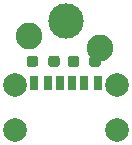
<source format=gbr>
%TF.GenerationSoftware,KiCad,Pcbnew,(5.1.10)-1*%
%TF.CreationDate,2021-08-30T23:33:42-07:00*%
%TF.ProjectId,MGB_USB_C,4d47425f-5553-4425-9f43-2e6b69636164,rev?*%
%TF.SameCoordinates,Original*%
%TF.FileFunction,Soldermask,Top*%
%TF.FilePolarity,Negative*%
%FSLAX46Y46*%
G04 Gerber Fmt 4.6, Leading zero omitted, Abs format (unit mm)*
G04 Created by KiCad (PCBNEW (5.1.10)-1) date 2021-08-30 23:33:42*
%MOMM*%
%LPD*%
G01*
G04 APERTURE LIST*
%ADD10R,0.700000X1.200000*%
%ADD11R,0.760000X1.200000*%
%ADD12R,0.800000X1.200000*%
%ADD13C,2.000000*%
%ADD14C,2.250000*%
%ADD15C,3.000000*%
G04 APERTURE END LIST*
%TO.C,R2*%
G36*
G01*
X146796580Y-100227120D02*
X146796580Y-100702120D01*
G75*
G02*
X146559080Y-100939620I-237500J0D01*
G01*
X146059080Y-100939620D01*
G75*
G02*
X145821580Y-100702120I0J237500D01*
G01*
X145821580Y-100227120D01*
G75*
G02*
X146059080Y-99989620I237500J0D01*
G01*
X146559080Y-99989620D01*
G75*
G02*
X146796580Y-100227120I0J-237500D01*
G01*
G37*
G36*
G01*
X148621580Y-100227120D02*
X148621580Y-100702120D01*
G75*
G02*
X148384080Y-100939620I-237500J0D01*
G01*
X147884080Y-100939620D01*
G75*
G02*
X147646580Y-100702120I0J237500D01*
G01*
X147646580Y-100227120D01*
G75*
G02*
X147884080Y-99989620I237500J0D01*
G01*
X148384080Y-99989620D01*
G75*
G02*
X148621580Y-100227120I0J-237500D01*
G01*
G37*
%TD*%
%TO.C,R1*%
G36*
G01*
X144170580Y-100689420D02*
X144170580Y-100214420D01*
G75*
G02*
X144408080Y-99976920I237500J0D01*
G01*
X144908080Y-99976920D01*
G75*
G02*
X145145580Y-100214420I0J-237500D01*
G01*
X145145580Y-100689420D01*
G75*
G02*
X144908080Y-100926920I-237500J0D01*
G01*
X144408080Y-100926920D01*
G75*
G02*
X144170580Y-100689420I0J237500D01*
G01*
G37*
G36*
G01*
X142345580Y-100689420D02*
X142345580Y-100214420D01*
G75*
G02*
X142583080Y-99976920I237500J0D01*
G01*
X143083080Y-99976920D01*
G75*
G02*
X143320580Y-100214420I0J-237500D01*
G01*
X143320580Y-100689420D01*
G75*
G02*
X143083080Y-100926920I-237500J0D01*
G01*
X142583080Y-100926920D01*
G75*
G02*
X142345580Y-100689420I0J237500D01*
G01*
G37*
%TD*%
D10*
%TO.C,P1*%
X145172080Y-102293280D03*
D11*
X147192080Y-102293280D03*
D12*
X148422080Y-102293280D03*
D10*
X146172080Y-102293280D03*
D11*
X144152080Y-102293280D03*
D12*
X142922080Y-102293280D03*
D13*
X141352080Y-106243280D03*
X149992080Y-106243280D03*
X149992080Y-102443280D03*
X141352080Y-102443280D03*
%TD*%
D14*
%TO.C,J1*%
X142580360Y-98292920D03*
X148574760Y-99308920D03*
D15*
X145653760Y-96997520D03*
%TD*%
M02*

</source>
